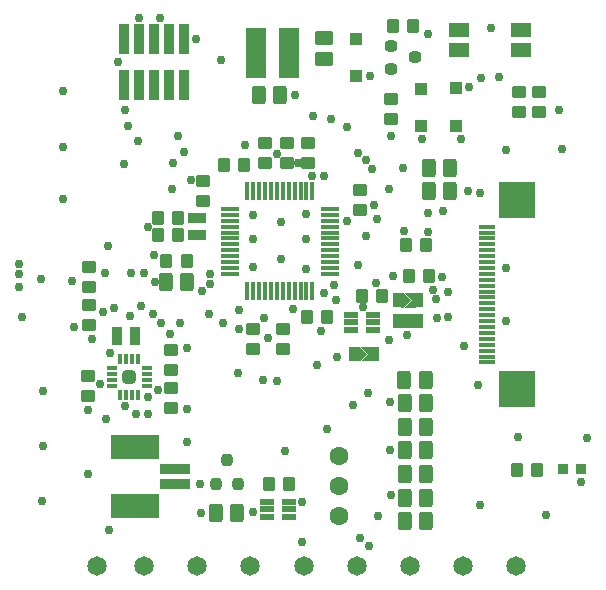
<source format=gts>
G04*
G04 #@! TF.GenerationSoftware,Altium Limited,Altium Designer,22.10.1 (41)*
G04*
G04 Layer_Color=8388736*
%FSLAX44Y44*%
%MOMM*%
G71*
G04*
G04 #@! TF.SameCoordinates,B11F2CDB-B4DC-4695-A2B3-7529A6E467DA*
G04*
G04*
G04 #@! TF.FilePolarity,Negative*
G04*
G01*
G75*
%ADD44R,0.9628X1.1660*%
%ADD45R,2.6500X0.8500*%
%ADD46R,4.1500X2.1500*%
%ADD47R,0.9000X1.5500*%
G04:AMPARAMS|DCode=48|XSize=1.15mm|YSize=1.05mm|CornerRadius=0.1875mm|HoleSize=0mm|Usage=FLASHONLY|Rotation=90.000|XOffset=0mm|YOffset=0mm|HoleType=Round|Shape=RoundedRectangle|*
%AMROUNDEDRECTD48*
21,1,1.1500,0.6750,0,0,90.0*
21,1,0.7750,1.0500,0,0,90.0*
1,1,0.3750,0.3375,0.3875*
1,1,0.3750,0.3375,-0.3875*
1,1,0.3750,-0.3375,-0.3875*
1,1,0.3750,-0.3375,0.3875*
%
%ADD48ROUNDEDRECTD48*%
%ADD49R,1.2000X0.5500*%
%ADD50R,0.8500X0.4500*%
%ADD51R,0.4500X0.8500*%
G04:AMPARAMS|DCode=52|XSize=1.15mm|YSize=1.15mm|CornerRadius=0.325mm|HoleSize=0mm|Usage=FLASHONLY|Rotation=0.000|XOffset=0mm|YOffset=0mm|HoleType=Round|Shape=RoundedRectangle|*
%AMROUNDEDRECTD52*
21,1,1.1500,0.5000,0,0,0.0*
21,1,0.5000,1.1500,0,0,0.0*
1,1,0.6500,0.2500,-0.2500*
1,1,0.6500,-0.2500,-0.2500*
1,1,0.6500,-0.2500,0.2500*
1,1,0.6500,0.2500,0.2500*
%
%ADD52ROUNDEDRECTD52*%
%ADD53R,1.1000X1.0500*%
G04:AMPARAMS|DCode=54|XSize=1.55mm|YSize=1.15mm|CornerRadius=0.2mm|HoleSize=0mm|Usage=FLASHONLY|Rotation=90.000|XOffset=0mm|YOffset=0mm|HoleType=Round|Shape=RoundedRectangle|*
%AMROUNDEDRECTD54*
21,1,1.5500,0.7500,0,0,90.0*
21,1,1.1500,1.1500,0,0,90.0*
1,1,0.4000,0.3750,0.5750*
1,1,0.4000,0.3750,-0.5750*
1,1,0.4000,-0.3750,-0.5750*
1,1,0.4000,-0.3750,0.5750*
%
%ADD54ROUNDEDRECTD54*%
G04:AMPARAMS|DCode=55|XSize=0.91mm|YSize=2.55mm|CornerRadius=0.189mm|HoleSize=0mm|Usage=FLASHONLY|Rotation=180.000|XOffset=0mm|YOffset=0mm|HoleType=Round|Shape=RoundedRectangle|*
%AMROUNDEDRECTD55*
21,1,0.9100,2.1720,0,0,180.0*
21,1,0.5320,2.5500,0,0,180.0*
1,1,0.3780,-0.2660,1.0860*
1,1,0.3780,0.2660,1.0860*
1,1,0.3780,0.2660,-1.0860*
1,1,0.3780,-0.2660,-1.0860*
%
%ADD55ROUNDEDRECTD55*%
G04:AMPARAMS|DCode=56|XSize=1.15mm|YSize=1.05mm|CornerRadius=0.1875mm|HoleSize=0mm|Usage=FLASHONLY|Rotation=0.000|XOffset=0mm|YOffset=0mm|HoleType=Round|Shape=RoundedRectangle|*
%AMROUNDEDRECTD56*
21,1,1.1500,0.6750,0,0,0.0*
21,1,0.7750,1.0500,0,0,0.0*
1,1,0.3750,0.3875,-0.3375*
1,1,0.3750,-0.3875,-0.3375*
1,1,0.3750,-0.3875,0.3375*
1,1,0.3750,0.3875,0.3375*
%
%ADD56ROUNDEDRECTD56*%
%ADD57R,1.7500X4.3500*%
G04:AMPARAMS|DCode=58|XSize=1.55mm|YSize=1.15mm|CornerRadius=0.2mm|HoleSize=0mm|Usage=FLASHONLY|Rotation=0.000|XOffset=0mm|YOffset=0mm|HoleType=Round|Shape=RoundedRectangle|*
%AMROUNDEDRECTD58*
21,1,1.5500,0.7500,0,0,0.0*
21,1,1.1500,1.1500,0,0,0.0*
1,1,0.4000,0.5750,-0.3750*
1,1,0.4000,-0.5750,-0.3750*
1,1,0.4000,-0.5750,0.3750*
1,1,0.4000,0.5750,0.3750*
%
%ADD58ROUNDEDRECTD58*%
%ADD59R,1.4500X0.4500*%
%ADD60R,3.1500X3.1500*%
G04:AMPARAMS|DCode=61|XSize=0.95mm|YSize=1.05mm|CornerRadius=0.275mm|HoleSize=0mm|Usage=FLASHONLY|Rotation=90.000|XOffset=0mm|YOffset=0mm|HoleType=Round|Shape=RoundedRectangle|*
%AMROUNDEDRECTD61*
21,1,0.9500,0.5000,0,0,90.0*
21,1,0.4000,1.0500,0,0,90.0*
1,1,0.5500,0.2500,0.2000*
1,1,0.5500,0.2500,-0.2000*
1,1,0.5500,-0.2500,-0.2000*
1,1,0.5500,-0.2500,0.2000*
%
%ADD61ROUNDEDRECTD61*%
G04:AMPARAMS|DCode=62|XSize=0.95mm|YSize=1.05mm|CornerRadius=0.275mm|HoleSize=0mm|Usage=FLASHONLY|Rotation=180.000|XOffset=0mm|YOffset=0mm|HoleType=Round|Shape=RoundedRectangle|*
%AMROUNDEDRECTD62*
21,1,0.9500,0.5000,0,0,180.0*
21,1,0.4000,1.0500,0,0,180.0*
1,1,0.5500,-0.2000,0.2500*
1,1,0.5500,0.2000,0.2500*
1,1,0.5500,0.2000,-0.2500*
1,1,0.5500,-0.2000,-0.2500*
%
%ADD62ROUNDEDRECTD62*%
%ADD63R,1.6250X0.4500*%
%ADD64R,0.4500X1.6250*%
%ADD65R,1.5500X0.9000*%
%ADD66R,1.7000X1.1500*%
%ADD67R,0.9500X0.9500*%
%ADD68C,1.6500*%
%ADD69C,1.6000*%
%ADD70C,0.7500*%
G36*
X345168Y240000D02*
Y233904D01*
X335516D01*
X341612Y240000D01*
X335516Y246096D01*
X345168D01*
Y240000D01*
D02*
G37*
G36*
X341104D02*
X335008Y233904D01*
X332467Y233904D01*
Y246096D01*
X335008Y246096D01*
X341104Y240000D01*
D02*
G37*
G36*
X344917Y222750D02*
Y216654D01*
X335266D01*
X341362Y222750D01*
X335266Y228846D01*
X344917D01*
Y222750D01*
D02*
G37*
G36*
X340854D02*
X334757Y216654D01*
X332217Y216654D01*
Y228846D01*
X334757Y228846D01*
X340854Y222750D01*
D02*
G37*
G36*
X308167Y194750D02*
Y188654D01*
X298515D01*
X304611Y194750D01*
X298515Y200846D01*
X308167D01*
Y194750D01*
D02*
G37*
G36*
X304104D02*
X298008Y188654D01*
X295467Y188654D01*
Y200846D01*
X298008Y200846D01*
X304104Y194750D01*
D02*
G37*
D44*
X310072D02*
D03*
X292927D02*
D03*
X347072Y240000D02*
D03*
X329927D02*
D03*
X346823Y222750D02*
D03*
X329678D02*
D03*
D45*
X141500Y97000D02*
D03*
X141500Y84500D02*
D03*
D46*
X107500Y115500D02*
D03*
Y66000D02*
D03*
D47*
X107000Y210250D02*
D03*
X92500D02*
D03*
D48*
X220500Y85000D02*
D03*
X237500D02*
D03*
X316500Y244000D02*
D03*
X299500D02*
D03*
X253250Y226250D02*
D03*
X270250D02*
D03*
X325500Y472250D02*
D03*
X342500D02*
D03*
X353500Y286750D02*
D03*
X336500D02*
D03*
X356500Y261000D02*
D03*
X339500D02*
D03*
X182500Y355000D02*
D03*
X199500D02*
D03*
X134000Y273000D02*
D03*
X151000D02*
D03*
X126500Y310000D02*
D03*
X143500D02*
D03*
X126500Y295000D02*
D03*
X143500D02*
D03*
X448000Y96250D02*
D03*
X431000D02*
D03*
D49*
X219000Y56750D02*
D03*
Y63250D02*
D03*
Y69750D02*
D03*
X238000D02*
D03*
Y63250D02*
D03*
Y56750D02*
D03*
X309250Y215000D02*
D03*
Y221500D02*
D03*
Y228000D02*
D03*
X290250D02*
D03*
Y221500D02*
D03*
Y215000D02*
D03*
D50*
X87500Y177500D02*
D03*
Y172500D02*
D03*
X87500Y182500D02*
D03*
Y167500D02*
D03*
X117500D02*
D03*
Y182500D02*
D03*
X117500Y172500D02*
D03*
Y177500D02*
D03*
D51*
X95000Y190000D02*
D03*
Y160000D02*
D03*
X100000Y190000D02*
D03*
Y160000D02*
D03*
X105000Y190000D02*
D03*
Y160000D02*
D03*
X110000Y190000D02*
D03*
Y160000D02*
D03*
D52*
X102500Y175000D02*
D03*
D53*
X379000Y419500D02*
D03*
Y388000D02*
D03*
X349750Y387500D02*
D03*
Y419000D02*
D03*
X294500Y461750D02*
D03*
Y430250D02*
D03*
D54*
X356000Y352500D02*
D03*
X374000D02*
D03*
X212500Y414000D02*
D03*
X230500D02*
D03*
X356000Y332500D02*
D03*
X374000D02*
D03*
X335500Y172500D02*
D03*
X353500D02*
D03*
X336000Y53000D02*
D03*
X354000Y53000D02*
D03*
X336000Y73000D02*
D03*
X354000D02*
D03*
X336000Y93000D02*
D03*
X354000Y93000D02*
D03*
X336000Y113000D02*
D03*
X354000Y113000D02*
D03*
X336000Y153000D02*
D03*
X354000Y153000D02*
D03*
X176000Y60000D02*
D03*
X194000D02*
D03*
X151500Y255500D02*
D03*
X133500Y255500D02*
D03*
X336000Y133000D02*
D03*
X354000D02*
D03*
D55*
X149150Y422250D02*
D03*
X136450D02*
D03*
X123750D02*
D03*
X111050D02*
D03*
X98350D02*
D03*
X149150Y461250D02*
D03*
X136450D02*
D03*
X123750D02*
D03*
X111050D02*
D03*
X98350D02*
D03*
D56*
X232500Y199000D02*
D03*
Y216000D02*
D03*
X207500Y199000D02*
D03*
Y216000D02*
D03*
X324500Y393500D02*
D03*
Y410500D02*
D03*
X254000Y373500D02*
D03*
Y356500D02*
D03*
X217000Y373500D02*
D03*
Y356500D02*
D03*
X236000Y373500D02*
D03*
Y356500D02*
D03*
X297500Y316500D02*
D03*
Y333500D02*
D03*
X165000Y324000D02*
D03*
Y341000D02*
D03*
X449750Y399250D02*
D03*
X449750Y416250D02*
D03*
X432250D02*
D03*
Y399250D02*
D03*
X67500Y159000D02*
D03*
Y176000D02*
D03*
X137750Y198250D02*
D03*
Y181250D02*
D03*
X137500Y166000D02*
D03*
Y149000D02*
D03*
X68000Y251500D02*
D03*
Y268500D02*
D03*
X68250Y219000D02*
D03*
Y236000D02*
D03*
D57*
X237500Y449250D02*
D03*
X209500D02*
D03*
D58*
X267500Y462000D02*
D03*
Y444000D02*
D03*
D59*
X405625Y192500D02*
D03*
Y197500D02*
D03*
Y202500D02*
D03*
Y207500D02*
D03*
Y212500D02*
D03*
Y217500D02*
D03*
Y222500D02*
D03*
Y227500D02*
D03*
Y232500D02*
D03*
Y237500D02*
D03*
Y242500D02*
D03*
Y247500D02*
D03*
Y252500D02*
D03*
Y257500D02*
D03*
Y262500D02*
D03*
Y267500D02*
D03*
Y272500D02*
D03*
Y277500D02*
D03*
Y282500D02*
D03*
Y287500D02*
D03*
Y292500D02*
D03*
Y297500D02*
D03*
Y187500D02*
D03*
Y302500D02*
D03*
D60*
X430500Y165000D02*
D03*
X431000Y325000D02*
D03*
D61*
X324000Y455250D02*
D03*
Y436250D02*
D03*
X344000Y445750D02*
D03*
D62*
X175500Y85000D02*
D03*
X194500D02*
D03*
X185000Y105000D02*
D03*
D63*
X187620Y317500D02*
D03*
Y312500D02*
D03*
Y307500D02*
D03*
Y302500D02*
D03*
Y297500D02*
D03*
Y292500D02*
D03*
Y287500D02*
D03*
Y282500D02*
D03*
Y277500D02*
D03*
Y272500D02*
D03*
Y267500D02*
D03*
Y262500D02*
D03*
X272380D02*
D03*
Y267500D02*
D03*
Y272500D02*
D03*
Y277500D02*
D03*
Y282500D02*
D03*
Y287500D02*
D03*
Y292500D02*
D03*
Y297500D02*
D03*
Y302500D02*
D03*
Y307500D02*
D03*
Y312500D02*
D03*
Y317500D02*
D03*
D64*
X202500Y247620D02*
D03*
X207500D02*
D03*
X212500D02*
D03*
X217500D02*
D03*
X222500D02*
D03*
X227500D02*
D03*
X232500D02*
D03*
X237500D02*
D03*
X242500D02*
D03*
X247500D02*
D03*
X252500D02*
D03*
X257500D02*
D03*
Y332380D02*
D03*
X252500D02*
D03*
X247500D02*
D03*
X242500D02*
D03*
X237500D02*
D03*
X232500D02*
D03*
X227500D02*
D03*
X222500D02*
D03*
X217500D02*
D03*
X212500D02*
D03*
X207500D02*
D03*
X202500D02*
D03*
D65*
X160000Y309750D02*
D03*
Y295250D02*
D03*
D66*
X434500Y469250D02*
D03*
Y452250D02*
D03*
X382000Y469250D02*
D03*
Y452250D02*
D03*
D67*
X485000Y97500D02*
D03*
X470000D02*
D03*
D68*
X429995Y14997D02*
D03*
X384995D02*
D03*
X339995D02*
D03*
X204995D02*
D03*
X159996D02*
D03*
X114996D02*
D03*
X74996D02*
D03*
X294995D02*
D03*
X249995D02*
D03*
D69*
X280000Y57100D02*
D03*
Y82500D02*
D03*
Y107900D02*
D03*
D70*
X108000Y143750D02*
D03*
X355250Y297750D02*
D03*
X335250Y298750D02*
D03*
X99000Y151000D02*
D03*
X151250Y119750D02*
D03*
X82250Y263250D02*
D03*
X265000Y213750D02*
D03*
X278500Y191750D02*
D03*
X372000Y225750D02*
D03*
X137000Y211500D02*
D03*
X67250Y93250D02*
D03*
X143500Y379250D02*
D03*
X415500Y429500D02*
D03*
X468500Y368500D02*
D03*
X421500Y367750D02*
D03*
X455500Y58500D02*
D03*
X399250Y66750D02*
D03*
X490000Y123500D02*
D03*
X432000Y124000D02*
D03*
X234250Y112250D02*
D03*
X29000Y70500D02*
D03*
X29500Y116500D02*
D03*
Y163250D02*
D03*
X46500Y326250D02*
D03*
X46750Y370250D02*
D03*
Y417000D02*
D03*
X180000Y443500D02*
D03*
X118000Y158000D02*
D03*
X126750Y164250D02*
D03*
X207250Y60750D02*
D03*
X408500Y471000D02*
D03*
X421750Y267250D02*
D03*
Y222500D02*
D03*
X115250Y263250D02*
D03*
X300250Y234250D02*
D03*
X92960Y442210D02*
D03*
X82500Y139500D02*
D03*
X84750Y285750D02*
D03*
X148500Y365500D02*
D03*
X337750Y210500D02*
D03*
X372000Y247500D02*
D03*
X362250Y241250D02*
D03*
X303250Y294500D02*
D03*
X334000Y352500D02*
D03*
X322250Y334500D02*
D03*
X312000Y309000D02*
D03*
X267500Y246250D02*
D03*
X311250Y255000D02*
D03*
X322750Y206500D02*
D03*
X313250Y57250D02*
D03*
X270250Y131000D02*
D03*
X397750Y168750D02*
D03*
X297750Y38750D02*
D03*
X305250Y31750D02*
D03*
X362750Y225500D02*
D03*
X276000Y253000D02*
D03*
X112250Y235500D02*
D03*
X80000Y230000D02*
D03*
X9000Y262000D02*
D03*
X28000Y258000D02*
D03*
X9000Y251000D02*
D03*
X12000Y226000D02*
D03*
X9000Y271000D02*
D03*
X195250Y231500D02*
D03*
X360000Y249000D02*
D03*
X227250Y171750D02*
D03*
X86000Y195500D02*
D03*
X118250Y143750D02*
D03*
X129000Y221000D02*
D03*
X485000Y86000D02*
D03*
X111000Y479000D02*
D03*
X243000Y414000D02*
D03*
X355000Y466000D02*
D03*
X383000Y377000D02*
D03*
X324000Y379000D02*
D03*
X350000Y377000D02*
D03*
X466000Y401000D02*
D03*
X323000Y154000D02*
D03*
X323250Y113500D02*
D03*
X324000Y75000D02*
D03*
X162000Y84500D02*
D03*
X163000Y60000D02*
D03*
X71000Y207000D02*
D03*
X123500Y278250D02*
D03*
X118000Y302000D02*
D03*
X200500Y371500D02*
D03*
X139000Y334000D02*
D03*
X155000Y342000D02*
D03*
X309500Y320500D02*
D03*
X303000Y359000D02*
D03*
X267500Y345500D02*
D03*
X273000Y393500D02*
D03*
X101000Y388000D02*
D03*
X171000Y254000D02*
D03*
X258000Y396000D02*
D03*
X368000Y316000D02*
D03*
X355000Y314000D02*
D03*
X367000Y260000D02*
D03*
X326000Y261000D02*
D03*
X296000Y270000D02*
D03*
X220000Y208000D02*
D03*
X231000Y275000D02*
D03*
Y306000D02*
D03*
X252000Y292000D02*
D03*
X207000D02*
D03*
X252000Y267000D02*
D03*
X207000Y268000D02*
D03*
X252000Y313000D02*
D03*
X207000Y312000D02*
D03*
X241000Y233000D02*
D03*
X181750Y221250D02*
D03*
X78000Y169000D02*
D03*
X67750Y147250D02*
D03*
X151250Y148500D02*
D03*
X261500Y185750D02*
D03*
X169750Y228750D02*
D03*
X145250Y220750D02*
D03*
X104000Y263000D02*
D03*
X89500Y233250D02*
D03*
X56000Y217500D02*
D03*
X400000Y428000D02*
D03*
X399750Y331250D02*
D03*
X122500Y228250D02*
D03*
X194750Y178750D02*
D03*
X216000Y172250D02*
D03*
X304500Y161500D02*
D03*
X291750Y151250D02*
D03*
X216750Y225250D02*
D03*
X151000Y199500D02*
D03*
X249000Y35500D02*
D03*
X124000Y255250D02*
D03*
X103250Y226500D02*
D03*
X139250Y356500D02*
D03*
X227250Y363750D02*
D03*
X98000Y355750D02*
D03*
X245750Y356000D02*
D03*
X277500Y240750D02*
D03*
X85250Y45750D02*
D03*
X249000Y69750D02*
D03*
X307750Y351250D02*
D03*
X296000Y364750D02*
D03*
X159250Y461500D02*
D03*
X306250Y429750D02*
D03*
X386250Y201500D02*
D03*
X389000Y332500D02*
D03*
X390000Y420750D02*
D03*
X110000Y375000D02*
D03*
X98500Y401250D02*
D03*
X195000Y216000D02*
D03*
X54250Y256750D02*
D03*
X128750Y478750D02*
D03*
X164370Y247630D02*
D03*
X171250Y262250D02*
D03*
X257500Y345750D02*
D03*
X286500Y387000D02*
D03*
X286750Y307000D02*
D03*
M02*

</source>
